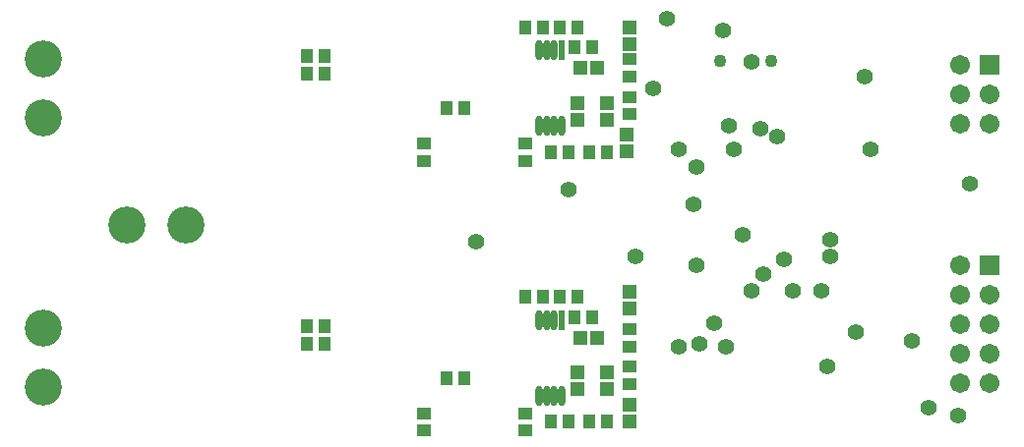
<source format=gbr>
%FSDAX33Y33*%
%MOMM*%
%SFA1B1*%

%IPPOS*%
%ADD40R,1.303200X1.203201*%
%ADD41R,1.003201X1.253200*%
%ADD43R,1.203201X1.303200*%
%ADD57C,1.103201*%
%ADD58R,1.703200X1.703200*%
%ADD59C,1.703200*%
%ADD60C,3.203199*%
%ADD61C,1.403200*%
%ADD78R,1.253200X1.003201*%
%ADD79O,0.603199X1.703200*%
%ADD80R,0.603199X1.703200*%
%LNgrb_bot_mask-1*%
%LPD*%
G54D59*
X117308Y024368D03*
Y026908D03*
Y029448D03*
Y031988D03*
G54D58*
X117308Y034528D03*
G54D59*
X117308Y046698D03*
Y049238D03*
G54D58*
X117308Y051778D03*
G54D59*
X114768Y024368D03*
Y026908D03*
Y029448D03*
Y031988D03*
Y034528D03*
Y046698D03*
Y049238D03*
Y051778D03*
G54D57*
X098508Y052128D03*
X094108D03*
G54D40*
X086308Y021053D03*
Y022503D03*
G54D78*
X086308Y024278D03*
Y025778D03*
G54D40*
X086308Y030803D03*
Y032253D03*
G54D78*
X086308Y047528D03*
Y049028D03*
G54D40*
X086308Y053553D03*
Y055003D03*
G54D78*
X086308Y027528D03*
Y029028D03*
Y050778D03*
Y052278D03*
G54D40*
X086058Y044303D03*
Y045753D03*
X084309Y023828D03*
Y025278D03*
Y047078D03*
Y048528D03*
G54D41*
X084308Y021028D03*
Y044278D03*
G54D43*
X083533Y028278D03*
Y051528D03*
G54D41*
X083058Y030028D03*
Y053278D03*
X082808Y021028D03*
Y044278D03*
G54D43*
X082083Y028278D03*
Y051528D03*
G54D40*
X081808Y023828D03*
Y025278D03*
G54D41*
X081808Y031778D03*
G54D40*
X081808Y047078D03*
Y048528D03*
G54D41*
X081808Y055028D03*
X081558Y030028D03*
Y053278D03*
X081058Y021028D03*
Y044278D03*
G54D79*
X080458Y023278D03*
G54D80*
X080458Y029778D03*
G54D79*
X080458Y046528D03*
G54D80*
X080458Y053028D03*
G54D41*
X080308Y031778D03*
Y055028D03*
G54D79*
X079808Y023278D03*
Y029778D03*
Y046528D03*
Y053028D03*
G54D41*
X079558Y021028D03*
Y044278D03*
G54D79*
X079158Y023278D03*
Y029778D03*
Y046528D03*
Y053028D03*
G54D41*
X078808Y031778D03*
Y055028D03*
G54D79*
X078508Y023278D03*
Y029778D03*
Y046528D03*
Y053028D03*
G54D78*
X077308Y020278D03*
Y021778D03*
G54D41*
X077308Y031778D03*
G54D78*
X077308Y043528D03*
Y045028D03*
G54D41*
X077308Y055028D03*
X072058Y024778D03*
Y048028D03*
X070558Y024778D03*
Y048028D03*
G54D78*
X068558Y020278D03*
Y021778D03*
Y043528D03*
Y045028D03*
G54D41*
X060058Y027778D03*
Y029278D03*
Y051028D03*
Y052528D03*
X058558Y027778D03*
Y029278D03*
Y051028D03*
Y052528D03*
G54D60*
X048098Y038028D03*
X043018D03*
X035808Y023988D03*
Y029068D03*
Y047238D03*
Y052318D03*
G54D61*
X115558Y041528D03*
X114558Y021528D03*
X112058Y022278D03*
X110558Y028028D03*
X107058Y044528D03*
X106558Y050778D03*
X105808Y028778D03*
X103559Y035251D03*
Y036705D03*
X103308Y025778D03*
X102808Y032278D03*
X100308D03*
X099558Y035028D03*
X099032Y045577D03*
X097808Y033778D03*
X097559Y046277D03*
X096809Y032278D03*
Y052028D03*
X096058Y037178D03*
X095308Y044528D03*
X094808Y046528D03*
X094558Y027528D03*
X094308Y054778D03*
X093558Y029528D03*
X092308Y027778D03*
X092058Y034528D03*
Y043028D03*
X091808Y039778D03*
X090559Y027528D03*
Y044528D03*
X089508Y055778D03*
X088308Y049778D03*
X086808Y035278D03*
X081058Y041028D03*
X073058Y036528D03*
M02*
</source>
